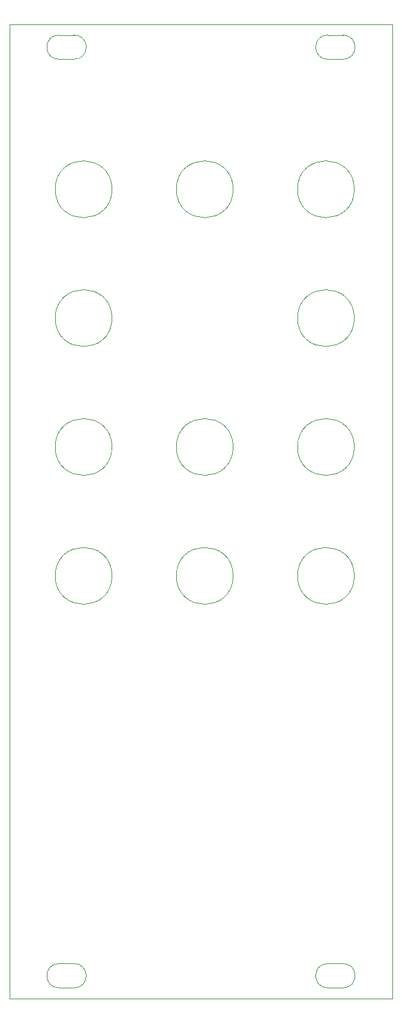
<source format=gbr>
G04 #@! TF.GenerationSoftware,KiCad,Pcbnew,(5.1.5-0)*
G04 #@! TF.CreationDate,2021-01-20T20:41:00-08:00*
G04 #@! TF.ProjectId,arseq,61727365-712e-46b6-9963-61645f706362,rev?*
G04 #@! TF.SameCoordinates,Original*
G04 #@! TF.FileFunction,Profile,NP*
%FSLAX46Y46*%
G04 Gerber Fmt 4.6, Leading zero omitted, Abs format (unit mm)*
G04 Created by KiCad (PCBNEW (5.1.5-0)) date 2021-01-20 20:41:00*
%MOMM*%
%LPD*%
G04 APERTURE LIST*
%ADD10C,0.050000*%
G04 APERTURE END LIST*
D10*
X45500000Y-72750000D02*
G75*
G03X45500000Y-72750000I-3750000J0D01*
G01*
X29500000Y-72750000D02*
G75*
G03X29500000Y-72750000I-3750000J0D01*
G01*
X13500000Y-72750000D02*
G75*
G03X13500000Y-72750000I-3750000J0D01*
G01*
X45500000Y-55750000D02*
G75*
G03X45500000Y-55750000I-3750000J0D01*
G01*
X29500000Y-55750000D02*
G75*
G03X29500000Y-55750000I-3750000J0D01*
G01*
X13500000Y-55750000D02*
G75*
G03X13500000Y-55750000I-3750000J0D01*
G01*
X45500000Y-38750000D02*
G75*
G03X45500000Y-38750000I-3750000J0D01*
G01*
X13500000Y-38750000D02*
G75*
G03X13500000Y-38750000I-3750000J0D01*
G01*
X45500000Y-21750000D02*
G75*
G03X45500000Y-21750000I-3750000J0D01*
G01*
X13500000Y-21750000D02*
G75*
G03X13500000Y-21750000I-3750000J0D01*
G01*
X29500000Y-21750000D02*
G75*
G03X29500000Y-21750000I-3750000J0D01*
G01*
X8500000Y-123900000D02*
G75*
G02X8500000Y-127100000I0J-1600000D01*
G01*
X6500000Y-123900000D02*
X8500000Y-123900000D01*
X6500000Y-127100000D02*
G75*
G02X6500000Y-123900000I0J1600000D01*
G01*
X6500000Y-127100000D02*
X8500000Y-127100000D01*
X8500000Y-1400000D02*
G75*
G02X8500000Y-4600000I0J-1600000D01*
G01*
X6500000Y-1400000D02*
X8500000Y-1400000D01*
X6500000Y-4600000D02*
G75*
G02X6500000Y-1400000I0J1600000D01*
G01*
X6500000Y-4600000D02*
X8500000Y-4600000D01*
X44000000Y-123900000D02*
G75*
G02X44000000Y-127100000I0J-1600000D01*
G01*
X42000000Y-123900000D02*
X44000000Y-123900000D01*
X42000000Y-127100000D02*
G75*
G02X42000000Y-123900000I0J1600000D01*
G01*
X42000000Y-127100000D02*
X44000000Y-127100000D01*
X42000000Y-1400000D02*
X44000000Y-1400000D01*
X42000000Y-4600000D02*
X44000000Y-4600000D01*
X42000000Y-4600000D02*
G75*
G02X42000000Y-1400000I0J1600000D01*
G01*
X44000000Y-1400000D02*
G75*
G02X44000000Y-4600000I0J-1600000D01*
G01*
X0Y-128500000D02*
X0Y0D01*
X50500000Y-128500000D02*
X0Y-128500000D01*
X50500000Y0D02*
X50500000Y-128500000D01*
X0Y0D02*
X50500000Y0D01*
M02*

</source>
